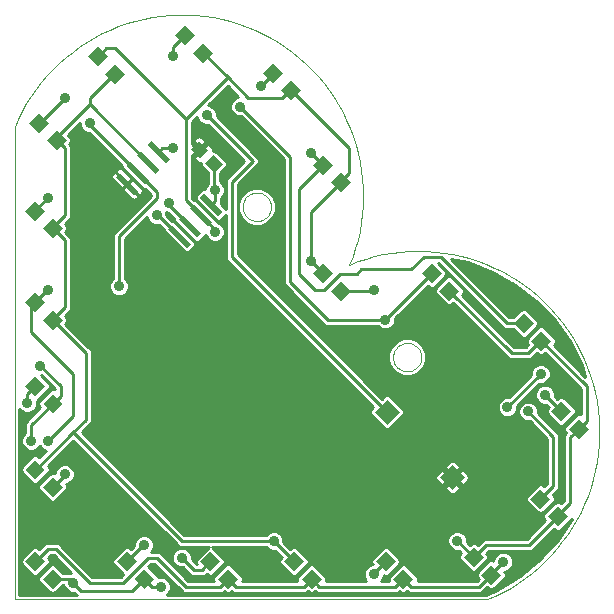
<source format=gtl>
G75*
G70*
%OFA0B0*%
%FSLAX24Y24*%
%IPPOS*%
%LPD*%
%AMOC8*
5,1,8,0,0,1.08239X$1,22.5*
%
%ADD10C,0.0000*%
%ADD11R,0.0472X0.0472*%
%ADD12R,0.0433X0.0394*%
%ADD13R,0.0591X0.0591*%
%ADD14R,0.0197X0.0866*%
%ADD15C,0.0100*%
%ADD16C,0.0357*%
D10*
X009756Y010038D02*
X009756Y025786D01*
X009873Y026053D01*
X010003Y026314D01*
X010146Y026569D01*
X010300Y026816D01*
X010467Y027055D01*
X010645Y027287D01*
X010833Y027509D01*
X011033Y027722D01*
X011242Y027925D01*
X011461Y028117D01*
X011689Y028299D01*
X011925Y028470D01*
X012170Y028629D01*
X012422Y028776D01*
X012680Y028911D01*
X012945Y029033D01*
X013216Y029142D01*
X013491Y029238D01*
X013771Y029320D01*
X014054Y029389D01*
X014340Y029444D01*
X014629Y029485D01*
X014919Y029513D01*
X015211Y029526D01*
X015502Y029525D01*
X015794Y029510D01*
X016084Y029481D01*
X016372Y029438D01*
X016658Y029381D01*
X016941Y029310D01*
X017220Y029226D01*
X017495Y029128D01*
X017765Y029017D01*
X018029Y028893D01*
X018286Y028757D01*
X018537Y028608D01*
X018781Y028448D01*
X019016Y028276D01*
X019243Y028092D01*
X019461Y027898D01*
X019669Y027694D01*
X019866Y027480D01*
X020054Y027256D01*
X020230Y027024D01*
X020395Y026783D01*
X020548Y026535D01*
X020689Y026280D01*
X020817Y026018D01*
X020933Y025750D01*
X021035Y025477D01*
X021125Y025200D01*
X021200Y024918D01*
X021262Y024633D01*
X021310Y024345D01*
X021345Y024056D01*
X021365Y023765D01*
X021371Y023473D01*
X021363Y023182D01*
X021341Y022891D01*
X021305Y022602D01*
X021255Y022314D01*
X021191Y022030D01*
X021113Y021749D01*
X021022Y021472D01*
X020918Y021199D01*
X022368Y018112D02*
X022370Y018155D01*
X022376Y018197D01*
X022386Y018239D01*
X022399Y018280D01*
X022416Y018320D01*
X022437Y018357D01*
X022461Y018393D01*
X022488Y018426D01*
X022518Y018457D01*
X022551Y018485D01*
X022586Y018510D01*
X022623Y018531D01*
X022662Y018549D01*
X022702Y018563D01*
X022744Y018574D01*
X022786Y018581D01*
X022829Y018584D01*
X022872Y018583D01*
X022915Y018578D01*
X022957Y018569D01*
X022998Y018557D01*
X023038Y018541D01*
X023076Y018521D01*
X023112Y018498D01*
X023146Y018471D01*
X023178Y018442D01*
X023206Y018410D01*
X023232Y018375D01*
X023254Y018339D01*
X023273Y018300D01*
X023288Y018260D01*
X023300Y018219D01*
X023308Y018176D01*
X023312Y018133D01*
X023312Y018091D01*
X023308Y018048D01*
X023300Y018005D01*
X023288Y017964D01*
X023273Y017924D01*
X023254Y017885D01*
X023232Y017849D01*
X023206Y017814D01*
X023178Y017782D01*
X023146Y017753D01*
X023112Y017726D01*
X023076Y017703D01*
X023038Y017683D01*
X022998Y017667D01*
X022957Y017655D01*
X022915Y017646D01*
X022872Y017641D01*
X022829Y017640D01*
X022786Y017643D01*
X022744Y017650D01*
X022702Y017661D01*
X022662Y017675D01*
X022623Y017693D01*
X022586Y017714D01*
X022551Y017739D01*
X022518Y017767D01*
X022488Y017798D01*
X022461Y017831D01*
X022437Y017867D01*
X022416Y017904D01*
X022399Y017944D01*
X022386Y017985D01*
X022376Y018027D01*
X022370Y018069D01*
X022368Y018112D01*
X020918Y021200D02*
X021190Y021304D01*
X021467Y021395D01*
X021748Y021473D01*
X022033Y021537D01*
X022320Y021587D01*
X022609Y021623D01*
X022900Y021645D01*
X023191Y021653D01*
X023483Y021647D01*
X023774Y021627D01*
X024063Y021592D01*
X024351Y021544D01*
X024636Y021482D01*
X024918Y021407D01*
X025195Y021317D01*
X025468Y021215D01*
X025736Y021099D01*
X025998Y020971D01*
X026253Y020830D01*
X026501Y020677D01*
X026742Y020512D01*
X026974Y020336D01*
X027198Y020148D01*
X027412Y019951D01*
X027616Y019743D01*
X027810Y019525D01*
X027994Y019298D01*
X028166Y019063D01*
X028326Y018819D01*
X028475Y018568D01*
X028611Y018311D01*
X028735Y018047D01*
X028846Y017777D01*
X028944Y017502D01*
X029028Y017223D01*
X029099Y016940D01*
X029156Y016654D01*
X029199Y016366D01*
X029228Y016076D01*
X029243Y015784D01*
X029244Y015493D01*
X029231Y015201D01*
X029203Y014911D01*
X029162Y014622D01*
X029107Y014336D01*
X029038Y014053D01*
X028956Y013773D01*
X028860Y013498D01*
X028751Y013227D01*
X028629Y012962D01*
X028494Y012704D01*
X028347Y012452D01*
X028188Y012207D01*
X028017Y011971D01*
X027835Y011743D01*
X027643Y011524D01*
X027440Y011315D01*
X027227Y011115D01*
X027005Y010927D01*
X026773Y010749D01*
X026534Y010582D01*
X026287Y010428D01*
X026032Y010285D01*
X025771Y010155D01*
X025504Y010038D01*
X009756Y010038D01*
X017357Y023123D02*
X017359Y023166D01*
X017365Y023208D01*
X017375Y023250D01*
X017388Y023291D01*
X017405Y023331D01*
X017426Y023368D01*
X017450Y023404D01*
X017477Y023437D01*
X017507Y023468D01*
X017540Y023496D01*
X017575Y023521D01*
X017612Y023542D01*
X017651Y023560D01*
X017691Y023574D01*
X017733Y023585D01*
X017775Y023592D01*
X017818Y023595D01*
X017861Y023594D01*
X017904Y023589D01*
X017946Y023580D01*
X017987Y023568D01*
X018027Y023552D01*
X018065Y023532D01*
X018101Y023509D01*
X018135Y023482D01*
X018167Y023453D01*
X018195Y023421D01*
X018221Y023386D01*
X018243Y023350D01*
X018262Y023311D01*
X018277Y023271D01*
X018289Y023230D01*
X018297Y023187D01*
X018301Y023144D01*
X018301Y023102D01*
X018297Y023059D01*
X018289Y023016D01*
X018277Y022975D01*
X018262Y022935D01*
X018243Y022896D01*
X018221Y022860D01*
X018195Y022825D01*
X018167Y022793D01*
X018135Y022764D01*
X018101Y022737D01*
X018065Y022714D01*
X018027Y022694D01*
X017987Y022678D01*
X017946Y022666D01*
X017904Y022657D01*
X017861Y022652D01*
X017818Y022651D01*
X017775Y022654D01*
X017733Y022661D01*
X017691Y022672D01*
X017651Y022686D01*
X017612Y022704D01*
X017575Y022725D01*
X017540Y022750D01*
X017507Y022778D01*
X017477Y022809D01*
X017450Y022842D01*
X017426Y022878D01*
X017405Y022915D01*
X017388Y022955D01*
X017375Y022996D01*
X017365Y023038D01*
X017359Y023080D01*
X017357Y023123D01*
D11*
G36*
X019710Y024529D02*
X020043Y024862D01*
X020376Y024529D01*
X020043Y024196D01*
X019710Y024529D01*
G37*
G36*
X020294Y023944D02*
X020627Y024277D01*
X020960Y023944D01*
X020627Y023611D01*
X020294Y023944D01*
G37*
G36*
X018624Y027006D02*
X018957Y027339D01*
X019290Y027006D01*
X018957Y026673D01*
X018624Y027006D01*
G37*
G36*
X018039Y027591D02*
X018372Y027924D01*
X018705Y027591D01*
X018372Y027258D01*
X018039Y027591D01*
G37*
G36*
X015701Y028259D02*
X016034Y028592D01*
X016367Y028259D01*
X016034Y027926D01*
X015701Y028259D01*
G37*
G36*
X015116Y028844D02*
X015449Y029177D01*
X015782Y028844D01*
X015449Y028511D01*
X015116Y028844D01*
G37*
G36*
X012778Y027563D02*
X013111Y027896D01*
X013444Y027563D01*
X013111Y027230D01*
X012778Y027563D01*
G37*
G36*
X012193Y028148D02*
X012526Y028481D01*
X012859Y028148D01*
X012526Y027815D01*
X012193Y028148D01*
G37*
G36*
X010244Y025920D02*
X010577Y026253D01*
X010910Y025920D01*
X010577Y025587D01*
X010244Y025920D01*
G37*
G36*
X010829Y025336D02*
X011162Y025669D01*
X011495Y025336D01*
X011162Y025003D01*
X010829Y025336D01*
G37*
G36*
X010105Y022997D02*
X010438Y023330D01*
X010771Y022997D01*
X010438Y022664D01*
X010105Y022997D01*
G37*
G36*
X010690Y022413D02*
X011023Y022746D01*
X011356Y022413D01*
X011023Y022080D01*
X010690Y022413D01*
G37*
G36*
X010105Y019935D02*
X010438Y020268D01*
X010771Y019935D01*
X010438Y019602D01*
X010105Y019935D01*
G37*
G36*
X010690Y019350D02*
X011023Y019683D01*
X011356Y019350D01*
X011023Y019017D01*
X010690Y019350D01*
G37*
G36*
X010105Y017151D02*
X010438Y017484D01*
X010771Y017151D01*
X010438Y016818D01*
X010105Y017151D01*
G37*
G36*
X010690Y016567D02*
X011023Y016900D01*
X011356Y016567D01*
X011023Y016234D01*
X010690Y016567D01*
G37*
G36*
X010105Y014367D02*
X010438Y014700D01*
X010771Y014367D01*
X010438Y014034D01*
X010105Y014367D01*
G37*
G36*
X010690Y013783D02*
X011023Y014116D01*
X011356Y013783D01*
X011023Y013450D01*
X010690Y013783D01*
G37*
G36*
X010105Y011305D02*
X010438Y011638D01*
X010771Y011305D01*
X010438Y010972D01*
X010105Y011305D01*
G37*
G36*
X010690Y010720D02*
X011023Y011053D01*
X011356Y010720D01*
X011023Y010387D01*
X010690Y010720D01*
G37*
G36*
X013168Y011305D02*
X013501Y011638D01*
X013834Y011305D01*
X013501Y010972D01*
X013168Y011305D01*
G37*
G36*
X013752Y010720D02*
X014085Y011053D01*
X014418Y010720D01*
X014085Y010387D01*
X013752Y010720D01*
G37*
G36*
X015951Y011305D02*
X016284Y011638D01*
X016617Y011305D01*
X016284Y010972D01*
X015951Y011305D01*
G37*
G36*
X016536Y010720D02*
X016869Y011053D01*
X017202Y010720D01*
X016869Y010387D01*
X016536Y010720D01*
G37*
G36*
X018735Y011305D02*
X019068Y011638D01*
X019401Y011305D01*
X019068Y010972D01*
X018735Y011305D01*
G37*
G36*
X019320Y010720D02*
X019653Y011053D01*
X019986Y010720D01*
X019653Y010387D01*
X019320Y010720D01*
G37*
G36*
X021798Y011305D02*
X022131Y011638D01*
X022464Y011305D01*
X022131Y010972D01*
X021798Y011305D01*
G37*
G36*
X022382Y010720D02*
X022715Y011053D01*
X023048Y010720D01*
X022715Y010387D01*
X022382Y010720D01*
G37*
G36*
X024721Y011444D02*
X025054Y011777D01*
X025387Y011444D01*
X025054Y011111D01*
X024721Y011444D01*
G37*
G36*
X025305Y010860D02*
X025638Y011193D01*
X025971Y010860D01*
X025638Y010527D01*
X025305Y010860D01*
G37*
G36*
X026948Y013393D02*
X027281Y013726D01*
X027614Y013393D01*
X027281Y013060D01*
X026948Y013393D01*
G37*
G36*
X027532Y012808D02*
X027865Y013141D01*
X028198Y012808D01*
X027865Y012475D01*
X027532Y012808D01*
G37*
G36*
X028228Y015731D02*
X028561Y016064D01*
X028894Y015731D01*
X028561Y015398D01*
X028228Y015731D01*
G37*
G36*
X027644Y016316D02*
X027977Y016649D01*
X028310Y016316D01*
X027977Y015983D01*
X027644Y016316D01*
G37*
G36*
X026976Y018655D02*
X027309Y018988D01*
X027642Y018655D01*
X027309Y018322D01*
X026976Y018655D01*
G37*
G36*
X026391Y019239D02*
X026724Y019572D01*
X027057Y019239D01*
X026724Y018906D01*
X026391Y019239D01*
G37*
G36*
X023913Y020325D02*
X024246Y020658D01*
X024579Y020325D01*
X024246Y019992D01*
X023913Y020325D01*
G37*
G36*
X023329Y020909D02*
X023662Y021242D01*
X023995Y020909D01*
X023662Y020576D01*
X023329Y020909D01*
G37*
G36*
X020960Y020325D02*
X020627Y019992D01*
X020294Y020325D01*
X020627Y020658D01*
X020960Y020325D01*
G37*
G36*
X020376Y020909D02*
X020043Y020576D01*
X019710Y020909D01*
X020043Y021242D01*
X020376Y020909D01*
G37*
D12*
G36*
X016383Y024848D02*
X016688Y024543D01*
X016409Y024264D01*
X016104Y024569D01*
X016383Y024848D01*
G37*
G36*
X015909Y025322D02*
X016214Y025017D01*
X015935Y024738D01*
X015630Y025043D01*
X015909Y025322D01*
G37*
D13*
G36*
X022172Y016691D02*
X022589Y016274D01*
X022172Y015857D01*
X021755Y016274D01*
X022172Y016691D01*
G37*
G36*
X024344Y014520D02*
X024761Y014103D01*
X024344Y013686D01*
X023927Y014103D01*
X024344Y014520D01*
G37*
D14*
G36*
X015586Y023075D02*
X015725Y023214D01*
X016336Y022603D01*
X016197Y022464D01*
X015586Y023075D01*
G37*
G36*
X015233Y022721D02*
X015372Y022860D01*
X015983Y022249D01*
X015844Y022110D01*
X015233Y022721D01*
G37*
G36*
X014879Y022368D02*
X015018Y022507D01*
X015629Y021896D01*
X015490Y021757D01*
X014879Y022368D01*
G37*
G36*
X015940Y023429D02*
X016079Y023568D01*
X016690Y022957D01*
X016551Y022818D01*
X015940Y023429D01*
G37*
G36*
X014184Y025185D02*
X014323Y025324D01*
X014934Y024713D01*
X014795Y024574D01*
X014184Y025185D01*
G37*
G36*
X013833Y024834D02*
X013972Y024973D01*
X014583Y024362D01*
X014444Y024223D01*
X013833Y024834D01*
G37*
G36*
X013479Y024480D02*
X013618Y024619D01*
X014229Y024008D01*
X014090Y023869D01*
X013479Y024480D01*
G37*
G36*
X013126Y024127D02*
X013265Y024266D01*
X013876Y023655D01*
X013737Y023516D01*
X013126Y024127D01*
G37*
D15*
X013163Y024229D02*
X013163Y024229D01*
X013088Y024303D02*
X013005Y024219D01*
X012985Y024185D01*
X012975Y024147D01*
X012975Y024108D01*
X012985Y024069D01*
X013005Y024035D01*
X013325Y023715D01*
X013500Y023891D01*
X013088Y024303D01*
X013089Y024303D02*
X013501Y023891D01*
X013676Y024066D01*
X013356Y024386D01*
X013322Y024406D01*
X013284Y024416D01*
X013244Y024416D01*
X013206Y024406D01*
X013172Y024386D01*
X013089Y024303D01*
X013113Y024327D02*
X011626Y024327D01*
X011626Y024229D02*
X013014Y024229D01*
X012975Y024130D02*
X011626Y024130D01*
X011626Y024032D02*
X013009Y024032D01*
X013107Y023933D02*
X011626Y023933D01*
X011626Y023834D02*
X013206Y023834D01*
X013304Y023736D02*
X011626Y023736D01*
X011626Y023637D02*
X013403Y023637D01*
X013325Y023715D02*
X013645Y023395D01*
X013679Y023375D01*
X013718Y023365D01*
X013757Y023365D01*
X013795Y023375D01*
X013829Y023395D01*
X013913Y023478D01*
X013501Y023890D01*
X013501Y023891D01*
X013501Y023891D01*
X013676Y024066D01*
X013997Y023746D01*
X014016Y023712D01*
X014027Y023674D01*
X014027Y023634D01*
X014016Y023596D01*
X013997Y023562D01*
X013913Y023479D01*
X013501Y023891D01*
X013500Y023891D01*
X013501Y023890D01*
X013325Y023715D01*
X013346Y023736D02*
X013346Y023736D01*
X013444Y023834D02*
X013445Y023834D01*
X013458Y023933D02*
X013459Y023933D01*
X013543Y023933D02*
X013543Y023933D01*
X013557Y023834D02*
X013557Y023834D01*
X013655Y023736D02*
X013656Y023736D01*
X013754Y023637D02*
X013754Y023637D01*
X013852Y023539D02*
X013853Y023539D01*
X013875Y023440D02*
X014245Y023440D01*
X014289Y023484D02*
X013153Y022348D01*
X013036Y022231D01*
X013036Y020742D01*
X012958Y020664D01*
X012908Y020543D01*
X012908Y020413D01*
X012958Y020292D01*
X013050Y020200D01*
X013171Y020150D01*
X013301Y020150D01*
X013422Y020200D01*
X013514Y020292D01*
X013564Y020413D01*
X013564Y020543D01*
X013514Y020664D01*
X013436Y020742D01*
X013436Y022065D01*
X014160Y022790D01*
X014160Y022779D01*
X014210Y022658D01*
X014303Y022566D01*
X014423Y022516D01*
X014554Y022516D01*
X014578Y022526D01*
X014728Y022375D01*
X014728Y022306D01*
X015429Y021606D01*
X015553Y021606D01*
X015780Y021833D01*
X015780Y021957D01*
X015080Y022658D01*
X015011Y022658D01*
X014817Y022852D01*
X014817Y022910D01*
X014800Y022950D01*
X014841Y022933D01*
X014877Y022933D01*
X015082Y022728D01*
X015082Y022660D01*
X015782Y021960D01*
X015906Y021960D01*
X016127Y022180D01*
X016159Y022101D01*
X016251Y022009D01*
X016372Y021959D01*
X016503Y021959D01*
X016624Y022009D01*
X016716Y022101D01*
X016766Y022222D01*
X016766Y022353D01*
X016716Y022474D01*
X016624Y022566D01*
X016503Y022616D01*
X016487Y022616D01*
X016487Y022664D01*
X015787Y023365D01*
X015718Y023365D01*
X015663Y023420D01*
X015663Y024839D01*
X015854Y025029D01*
X015922Y024961D01*
X015711Y024750D01*
X015844Y024617D01*
X015878Y024598D01*
X015917Y024587D01*
X015953Y024587D01*
X015953Y024508D01*
X016196Y024266D01*
X016196Y023902D01*
X016159Y023865D01*
X016109Y023745D01*
X016109Y023718D01*
X016016Y023718D01*
X015789Y023491D01*
X015789Y023367D01*
X016489Y022667D01*
X016613Y022667D01*
X016794Y022848D01*
X016794Y021369D01*
X016871Y021293D01*
X021716Y016448D01*
X021605Y016336D01*
X021605Y016212D01*
X022110Y015707D01*
X022234Y015707D01*
X022740Y016212D01*
X022740Y016336D01*
X022234Y016842D01*
X022110Y016842D01*
X021999Y016731D01*
X017194Y021535D01*
X017194Y023875D01*
X017773Y024454D01*
X017890Y024571D01*
X017890Y024737D01*
X017866Y024761D01*
X017773Y024854D01*
X016488Y026139D01*
X016488Y026250D01*
X016438Y026371D01*
X016345Y026463D01*
X016224Y026513D01*
X016214Y026513D01*
X016855Y027155D01*
X017218Y026792D01*
X017207Y026792D01*
X017087Y026742D01*
X016994Y026649D01*
X016944Y026529D01*
X016944Y026398D01*
X016994Y026277D01*
X017087Y026185D01*
X017207Y026135D01*
X017318Y026135D01*
X018743Y024710D01*
X018743Y020534D01*
X018860Y020417D01*
X020113Y019164D01*
X020279Y019164D01*
X021852Y019164D01*
X021931Y019086D01*
X022051Y019036D01*
X022182Y019036D01*
X022303Y019086D01*
X022395Y019178D01*
X022445Y019299D01*
X022445Y019410D01*
X023530Y020495D01*
X023600Y020425D01*
X023724Y020425D01*
X024146Y020847D01*
X024146Y020972D01*
X023865Y021252D01*
X023871Y021252D01*
X025967Y019156D01*
X026084Y019039D01*
X026378Y019039D01*
X026662Y018755D01*
X026786Y018755D01*
X027208Y019177D01*
X027208Y019301D01*
X026786Y019723D01*
X026662Y019723D01*
X026378Y019439D01*
X026250Y019439D01*
X024304Y021385D01*
X024856Y021268D01*
X025679Y020960D01*
X026448Y020532D01*
X027144Y019995D01*
X027752Y019360D01*
X028259Y018641D01*
X028653Y017855D01*
X028780Y017466D01*
X027723Y018523D01*
X027793Y018592D01*
X027793Y018717D01*
X027371Y019139D01*
X027246Y019139D01*
X026825Y018717D01*
X026825Y018592D01*
X026880Y018537D01*
X026794Y018451D01*
X026403Y018451D01*
X024661Y020193D01*
X024730Y020263D01*
X024730Y020387D01*
X024308Y020809D01*
X024184Y020809D01*
X023762Y020387D01*
X023762Y020263D01*
X024184Y019841D01*
X024308Y019841D01*
X024378Y019910D01*
X026206Y018083D01*
X026237Y018051D01*
X026794Y018051D01*
X026960Y018051D01*
X027163Y018254D01*
X027246Y018170D01*
X027371Y018170D01*
X027440Y018240D01*
X028626Y017054D01*
X028626Y016213D01*
X028623Y016215D01*
X028499Y016215D01*
X028077Y015794D01*
X028077Y015669D01*
X028147Y015600D01*
X028069Y015522D01*
X028069Y013323D01*
X027983Y013237D01*
X027927Y013292D01*
X027803Y013292D01*
X027381Y012870D01*
X027381Y012746D01*
X027451Y012677D01*
X026822Y012048D01*
X025568Y012048D01*
X025402Y012048D01*
X025199Y011845D01*
X025116Y011928D01*
X024991Y011928D01*
X024922Y011859D01*
X024839Y011941D01*
X024839Y012052D01*
X024789Y012173D01*
X024697Y012266D01*
X024576Y012316D01*
X024445Y012316D01*
X024325Y012266D01*
X024232Y012173D01*
X024182Y012052D01*
X024182Y011922D01*
X024232Y011801D01*
X024325Y011709D01*
X024445Y011659D01*
X024556Y011659D01*
X024639Y011576D01*
X024570Y011506D01*
X024570Y011382D01*
X024991Y010960D01*
X025116Y010960D01*
X025538Y011382D01*
X025538Y011506D01*
X025482Y011562D01*
X025568Y011648D01*
X026988Y011648D01*
X027105Y011765D01*
X027734Y012394D01*
X027803Y012324D01*
X027927Y012324D01*
X028334Y012731D01*
X027869Y012024D01*
X027281Y011370D01*
X026602Y010811D01*
X025848Y010359D01*
X025472Y010188D01*
X014825Y010188D01*
X014906Y010270D01*
X014956Y010391D01*
X014956Y010521D01*
X014906Y010642D01*
X014814Y010734D01*
X014693Y010784D01*
X014567Y010784D01*
X014207Y011144D01*
X014293Y011230D01*
X014406Y011230D01*
X015263Y010373D01*
X015364Y010272D01*
X015380Y010256D01*
X015546Y010256D01*
X016687Y010256D01*
X016737Y010306D01*
X016807Y010236D01*
X016931Y010236D01*
X017001Y010306D01*
X017051Y010256D01*
X017216Y010256D01*
X019471Y010256D01*
X019521Y010306D01*
X019591Y010236D01*
X019715Y010236D01*
X019785Y010306D01*
X019834Y010256D01*
X019835Y010256D01*
X020000Y010256D01*
X022534Y010256D01*
X022583Y010306D01*
X022653Y010236D01*
X022777Y010236D01*
X022847Y010306D01*
X022897Y010256D01*
X023062Y010256D01*
X025317Y010256D01*
X025435Y010373D01*
X025507Y010445D01*
X025576Y010376D01*
X025700Y010376D01*
X026122Y010797D01*
X026122Y010922D01*
X026081Y010963D01*
X026107Y010963D01*
X026228Y011013D01*
X026320Y011105D01*
X026370Y011226D01*
X026370Y011356D01*
X026320Y011477D01*
X026228Y011570D01*
X026107Y011620D01*
X025977Y011620D01*
X025856Y011570D01*
X025764Y011477D01*
X025714Y011356D01*
X025714Y011330D01*
X025700Y011344D01*
X025576Y011344D01*
X025154Y010922D01*
X025154Y010797D01*
X025224Y010728D01*
X025152Y010656D01*
X023197Y010656D01*
X023199Y010658D01*
X023199Y010783D01*
X022777Y011204D01*
X022653Y011204D01*
X022231Y010783D01*
X022231Y010658D01*
X022233Y010656D01*
X021974Y010656D01*
X022005Y010688D01*
X022055Y010808D01*
X022055Y010834D01*
X022068Y010821D01*
X022193Y010821D01*
X022615Y011243D01*
X022615Y011367D01*
X022193Y011789D01*
X022068Y011789D01*
X021646Y011367D01*
X021646Y011243D01*
X021687Y011202D01*
X021662Y011202D01*
X021541Y011152D01*
X021448Y011060D01*
X021398Y010939D01*
X021398Y010808D01*
X021448Y010688D01*
X021480Y010656D01*
X020135Y010656D01*
X020137Y010658D01*
X020137Y010783D01*
X019715Y011204D01*
X019591Y011204D01*
X019169Y010783D01*
X019169Y010658D01*
X019171Y010656D01*
X017351Y010656D01*
X017353Y010658D01*
X017353Y010783D01*
X016931Y011204D01*
X016807Y011204D01*
X016385Y010783D01*
X016385Y010658D01*
X016387Y010656D01*
X015546Y010656D01*
X014689Y011513D01*
X014572Y011630D01*
X014318Y011630D01*
X014350Y011662D01*
X014400Y011783D01*
X014400Y011913D01*
X014350Y012034D01*
X014257Y012126D01*
X014137Y012176D01*
X014006Y012176D01*
X013885Y012126D01*
X013793Y012034D01*
X013743Y011913D01*
X013743Y011830D01*
X013632Y011719D01*
X013563Y011789D01*
X013438Y011789D01*
X013016Y011367D01*
X013016Y011243D01*
X013378Y010881D01*
X013292Y010795D01*
X012345Y010795D01*
X011348Y011792D01*
X011231Y011909D01*
X010953Y011909D01*
X010787Y011909D01*
X010584Y011706D01*
X010500Y011789D01*
X010376Y011789D01*
X009954Y011367D01*
X009954Y011243D01*
X010376Y010821D01*
X010500Y010821D01*
X010922Y011243D01*
X010922Y011367D01*
X010867Y011423D01*
X010953Y011509D01*
X011065Y011509D01*
X011650Y010924D01*
X011640Y010924D01*
X011632Y010920D01*
X011497Y010920D01*
X011369Y010920D01*
X011085Y011204D01*
X010961Y011204D01*
X010539Y010783D01*
X010539Y010658D01*
X010961Y010236D01*
X011085Y010236D01*
X011369Y010520D01*
X011380Y010520D01*
X011426Y010409D01*
X011519Y010317D01*
X011640Y010267D01*
X011751Y010267D01*
X011829Y010188D01*
X009906Y010188D01*
X009906Y016384D01*
X009988Y016302D01*
X010108Y016252D01*
X010239Y016252D01*
X010360Y016302D01*
X010452Y016394D01*
X010502Y016515D01*
X010502Y016646D01*
X010493Y016667D01*
X010500Y016667D01*
X010922Y017089D01*
X010922Y017213D01*
X010631Y017505D01*
X010637Y017505D01*
X011087Y017054D01*
X011087Y017048D01*
X011085Y017051D01*
X010961Y017051D01*
X010539Y016629D01*
X010539Y016504D01*
X010608Y016435D01*
X010125Y015952D01*
X010113Y015940D01*
X010113Y015592D01*
X010035Y015514D01*
X009985Y015393D01*
X009985Y015262D01*
X010035Y015142D01*
X010127Y015049D01*
X010248Y014999D01*
X010378Y014999D01*
X010499Y015049D01*
X010591Y015142D01*
X010684Y015049D01*
X010804Y014999D01*
X010815Y014999D01*
X010584Y014768D01*
X010500Y014851D01*
X010376Y014851D01*
X009954Y014429D01*
X009954Y014305D01*
X010376Y013883D01*
X010500Y013883D01*
X010922Y014305D01*
X010922Y014429D01*
X010867Y014485D01*
X011705Y015323D01*
X015124Y011904D01*
X015241Y011787D01*
X016220Y011787D01*
X015800Y011367D01*
X015800Y011243D01*
X015831Y011213D01*
X015824Y011213D01*
X015652Y011385D01*
X015652Y011496D01*
X015602Y011616D01*
X015510Y011709D01*
X015389Y011759D01*
X015259Y011759D01*
X015138Y011709D01*
X015046Y011616D01*
X014996Y011496D01*
X014996Y011365D01*
X015046Y011244D01*
X015138Y011152D01*
X015259Y011102D01*
X015370Y011102D01*
X015542Y010930D01*
X015659Y010813D01*
X016075Y010813D01*
X016153Y010891D01*
X016222Y010821D01*
X016347Y010821D01*
X016768Y011243D01*
X016768Y011367D01*
X016348Y011787D01*
X018122Y011787D01*
X018200Y011709D01*
X018321Y011659D01*
X018432Y011659D01*
X018654Y011437D01*
X018584Y011367D01*
X018584Y011243D01*
X019006Y010821D01*
X019130Y010821D01*
X019552Y011243D01*
X019552Y011367D01*
X019130Y011789D01*
X019006Y011789D01*
X018937Y011719D01*
X018715Y011941D01*
X018715Y012052D01*
X018665Y012173D01*
X018572Y012266D01*
X018452Y012316D01*
X018321Y012316D01*
X018200Y012266D01*
X018122Y012187D01*
X015407Y012187D01*
X011988Y015606D01*
X012205Y015824D01*
X012205Y015824D01*
X012322Y015941D01*
X012322Y018334D01*
X012205Y018451D01*
X011437Y019219D01*
X011507Y019288D01*
X011507Y019413D01*
X011423Y019496D01*
X011626Y019699D01*
X011626Y019865D01*
X011626Y022092D01*
X011509Y022209D01*
X011437Y022281D01*
X011507Y022351D01*
X011507Y022475D01*
X011423Y022558D01*
X011626Y022761D01*
X011626Y022927D01*
X011626Y025154D01*
X011577Y025204D01*
X011646Y025274D01*
X011646Y025398D01*
X011525Y025519D01*
X011933Y025927D01*
X011933Y025841D01*
X011983Y025720D01*
X012076Y025628D01*
X012196Y025578D01*
X012238Y025578D01*
X013329Y024487D01*
X013329Y024419D01*
X014029Y023718D01*
X014092Y023718D01*
X014289Y023521D01*
X014289Y023484D01*
X014271Y023539D02*
X013973Y023539D01*
X014027Y023637D02*
X014173Y023637D01*
X014011Y023736D02*
X014002Y023736D01*
X013913Y023834D02*
X013908Y023834D01*
X013814Y023933D02*
X013810Y023933D01*
X013716Y024032D02*
X013711Y024032D01*
X013642Y024032D02*
X013641Y024032D01*
X013617Y024130D02*
X013613Y024130D01*
X013519Y024229D02*
X013514Y024229D01*
X013420Y024327D02*
X013416Y024327D01*
X013329Y024426D02*
X011626Y024426D01*
X011626Y024524D02*
X013291Y024524D01*
X013193Y024623D02*
X011626Y024623D01*
X011626Y024721D02*
X013094Y024721D01*
X012996Y024820D02*
X011626Y024820D01*
X011626Y024918D02*
X012897Y024918D01*
X012799Y025017D02*
X011626Y025017D01*
X011626Y025116D02*
X012700Y025116D01*
X012602Y025214D02*
X011586Y025214D01*
X011646Y025313D02*
X012503Y025313D01*
X012405Y025411D02*
X011633Y025411D01*
X011534Y025510D02*
X012306Y025510D01*
X012124Y025608D02*
X011614Y025608D01*
X011713Y025707D02*
X011997Y025707D01*
X011948Y025805D02*
X011811Y025805D01*
X011910Y025904D02*
X011933Y025904D01*
X012262Y025907D02*
X012262Y025837D01*
X013854Y024244D01*
X013854Y024239D01*
X014489Y023604D01*
X014489Y023401D01*
X013236Y022148D01*
X013236Y020478D01*
X012908Y020484D02*
X011626Y020484D01*
X011626Y020583D02*
X012924Y020583D01*
X012975Y020681D02*
X011626Y020681D01*
X011626Y020780D02*
X013036Y020780D01*
X013036Y020878D02*
X011626Y020878D01*
X011626Y020977D02*
X013036Y020977D01*
X013036Y021075D02*
X011626Y021075D01*
X011626Y021174D02*
X013036Y021174D01*
X013036Y021272D02*
X011626Y021272D01*
X011626Y021371D02*
X013036Y021371D01*
X013036Y021469D02*
X011626Y021469D01*
X011626Y021568D02*
X013036Y021568D01*
X013036Y021667D02*
X011626Y021667D01*
X011626Y021765D02*
X013036Y021765D01*
X013036Y021864D02*
X011626Y021864D01*
X011626Y021962D02*
X013036Y021962D01*
X013036Y022061D02*
X011626Y022061D01*
X011559Y022159D02*
X013036Y022159D01*
X013063Y022258D02*
X011461Y022258D01*
X011509Y022209D02*
X011509Y022209D01*
X011507Y022356D02*
X013161Y022356D01*
X013260Y022455D02*
X011507Y022455D01*
X011428Y022553D02*
X013358Y022553D01*
X013457Y022652D02*
X011517Y022652D01*
X011616Y022751D02*
X013555Y022751D01*
X013654Y022849D02*
X011626Y022849D01*
X011626Y022948D02*
X013753Y022948D01*
X013851Y023046D02*
X011626Y023046D01*
X011626Y023145D02*
X013950Y023145D01*
X014048Y023243D02*
X011626Y023243D01*
X011626Y023342D02*
X014147Y023342D01*
X013600Y023440D02*
X011626Y023440D01*
X011626Y023539D02*
X013501Y023539D01*
X013360Y024032D02*
X013360Y024032D01*
X013262Y024130D02*
X013261Y024130D01*
X014208Y024598D02*
X012262Y026544D01*
X012262Y026742D01*
X013083Y027563D01*
X013111Y027563D01*
X012554Y028148D02*
X012818Y028412D01*
X013097Y028412D01*
X015463Y026046D01*
X016855Y027438D01*
X017551Y026742D01*
X018665Y026742D01*
X018929Y027006D01*
X018957Y027006D01*
X020892Y025071D01*
X020892Y024236D01*
X020627Y023972D01*
X020627Y023944D01*
X019639Y022956D01*
X019639Y021313D01*
X020043Y020909D01*
X020057Y020339D02*
X019778Y020339D01*
X019221Y020896D01*
X019221Y023707D01*
X020043Y024529D01*
X019639Y024932D01*
X018943Y024793D02*
X017273Y026463D01*
X016971Y026594D02*
X016294Y026594D01*
X016268Y026495D02*
X016944Y026495D01*
X016945Y026397D02*
X016412Y026397D01*
X016468Y026298D02*
X016986Y026298D01*
X017072Y026200D02*
X016488Y026200D01*
X016526Y026101D02*
X017352Y026101D01*
X017451Y026002D02*
X016624Y026002D01*
X016723Y025904D02*
X017549Y025904D01*
X017648Y025805D02*
X016822Y025805D01*
X016920Y025707D02*
X017746Y025707D01*
X017845Y025608D02*
X017019Y025608D01*
X017117Y025510D02*
X017943Y025510D01*
X018042Y025411D02*
X017216Y025411D01*
X017314Y025313D02*
X018141Y025313D01*
X018239Y025214D02*
X017413Y025214D01*
X017511Y025116D02*
X018338Y025116D01*
X018436Y025017D02*
X017610Y025017D01*
X017708Y024918D02*
X018535Y024918D01*
X018633Y024820D02*
X017807Y024820D01*
X017890Y024721D02*
X018732Y024721D01*
X018743Y024623D02*
X017890Y024623D01*
X017844Y024524D02*
X018743Y024524D01*
X018743Y024426D02*
X017745Y024426D01*
X017646Y024327D02*
X018743Y024327D01*
X018743Y024229D02*
X017548Y024229D01*
X017449Y024130D02*
X018743Y024130D01*
X018743Y024032D02*
X017351Y024032D01*
X017252Y023933D02*
X018743Y023933D01*
X018743Y023834D02*
X017194Y023834D01*
X017194Y023736D02*
X017684Y023736D01*
X017706Y023745D02*
X017477Y023650D01*
X017302Y023475D01*
X017207Y023246D01*
X017207Y022999D01*
X017302Y022770D01*
X017477Y022595D01*
X017706Y022500D01*
X017953Y022500D01*
X018182Y022595D01*
X018357Y022770D01*
X018452Y022999D01*
X018452Y023246D01*
X018357Y023475D01*
X018182Y023650D01*
X017953Y023745D01*
X017706Y023745D01*
X017464Y023637D02*
X017194Y023637D01*
X017194Y023539D02*
X017365Y023539D01*
X017287Y023440D02*
X017194Y023440D01*
X017194Y023342D02*
X017246Y023342D01*
X017207Y023243D02*
X017194Y023243D01*
X017194Y023145D02*
X017207Y023145D01*
X017194Y023046D02*
X017207Y023046D01*
X017194Y022948D02*
X017228Y022948D01*
X017194Y022849D02*
X017269Y022849D01*
X017321Y022751D02*
X017194Y022751D01*
X017194Y022652D02*
X017420Y022652D01*
X017577Y022553D02*
X017194Y022553D01*
X017194Y022455D02*
X018743Y022455D01*
X018743Y022553D02*
X018082Y022553D01*
X018239Y022652D02*
X018743Y022652D01*
X018743Y022751D02*
X018338Y022751D01*
X018390Y022849D02*
X018743Y022849D01*
X018743Y022948D02*
X018431Y022948D01*
X018452Y023046D02*
X018743Y023046D01*
X018743Y023145D02*
X018452Y023145D01*
X018452Y023243D02*
X018743Y023243D01*
X018743Y023342D02*
X018412Y023342D01*
X018372Y023440D02*
X018743Y023440D01*
X018743Y023539D02*
X018293Y023539D01*
X018195Y023637D02*
X018743Y023637D01*
X018743Y023736D02*
X017975Y023736D01*
X017278Y024524D02*
X016838Y024524D01*
X016838Y024480D02*
X016838Y024605D01*
X016444Y024999D01*
X016365Y024999D01*
X016365Y025035D01*
X016354Y025074D01*
X016335Y025108D01*
X016202Y025241D01*
X015991Y025030D01*
X015923Y025098D01*
X016133Y025309D01*
X016001Y025442D01*
X015966Y025462D01*
X015928Y025472D01*
X015889Y025472D01*
X015851Y025462D01*
X015816Y025442D01*
X015698Y025323D01*
X015922Y025098D01*
X015854Y025030D01*
X015663Y025220D01*
X015663Y025963D01*
X015831Y026131D01*
X015831Y026120D01*
X015881Y025999D01*
X015973Y025906D01*
X016094Y025856D01*
X016205Y025856D01*
X017407Y024654D01*
X016794Y024041D01*
X016794Y023875D01*
X016794Y023064D01*
X016632Y023227D01*
X016637Y023232D01*
X016637Y023415D01*
X016716Y023493D01*
X016766Y023614D01*
X016766Y023745D01*
X016716Y023865D01*
X016624Y023958D01*
X016596Y023969D01*
X016596Y024238D01*
X016838Y024480D01*
X016783Y024426D02*
X017179Y024426D01*
X017081Y024327D02*
X016685Y024327D01*
X016596Y024229D02*
X016982Y024229D01*
X016884Y024130D02*
X016596Y024130D01*
X016596Y024032D02*
X016794Y024032D01*
X016794Y023933D02*
X016648Y023933D01*
X016729Y023834D02*
X016794Y023834D01*
X016794Y023736D02*
X016766Y023736D01*
X016766Y023637D02*
X016794Y023637D01*
X016794Y023539D02*
X016735Y023539D01*
X016794Y023440D02*
X016663Y023440D01*
X016637Y023342D02*
X016794Y023342D01*
X016794Y023243D02*
X016637Y023243D01*
X016714Y023145D02*
X016794Y023145D01*
X016794Y022751D02*
X016697Y022751D01*
X016794Y022652D02*
X016487Y022652D01*
X016405Y022751D02*
X016401Y022751D01*
X016307Y022849D02*
X016302Y022849D01*
X016208Y022948D02*
X016204Y022948D01*
X016110Y023046D02*
X016105Y023046D01*
X016011Y023145D02*
X016007Y023145D01*
X015913Y023243D02*
X015908Y023243D01*
X015814Y023342D02*
X015810Y023342D01*
X015789Y023440D02*
X015663Y023440D01*
X015663Y023539D02*
X015837Y023539D01*
X015935Y023637D02*
X015663Y023637D01*
X015663Y023736D02*
X016109Y023736D01*
X016146Y023834D02*
X015663Y023834D01*
X015663Y023933D02*
X016196Y023933D01*
X016196Y024032D02*
X015663Y024032D01*
X015663Y024130D02*
X016196Y024130D01*
X016196Y024229D02*
X015663Y024229D01*
X015663Y024327D02*
X016134Y024327D01*
X016036Y024426D02*
X015663Y024426D01*
X015663Y024524D02*
X015953Y024524D01*
X015839Y024623D02*
X015663Y024623D01*
X015663Y024721D02*
X015740Y024721D01*
X015781Y024820D02*
X015663Y024820D01*
X015743Y024918D02*
X015880Y024918D01*
X015866Y025017D02*
X015841Y025017D01*
X015905Y025116D02*
X015768Y025116D01*
X015806Y025214D02*
X015669Y025214D01*
X015663Y025313D02*
X015708Y025313D01*
X015663Y025411D02*
X015786Y025411D01*
X015663Y025510D02*
X016551Y025510D01*
X016453Y025608D02*
X015663Y025608D01*
X015663Y025707D02*
X016354Y025707D01*
X016256Y025805D02*
X015663Y025805D01*
X015663Y025904D02*
X015979Y025904D01*
X015879Y026002D02*
X015703Y026002D01*
X015801Y026101D02*
X015838Y026101D01*
X016159Y026185D02*
X017690Y024654D01*
X016994Y023958D01*
X016994Y021452D01*
X022172Y016274D01*
X021866Y015951D02*
X012322Y015951D01*
X012322Y016050D02*
X021767Y016050D01*
X021669Y016148D02*
X012322Y016148D01*
X012322Y016247D02*
X021605Y016247D01*
X021614Y016345D02*
X012322Y016345D01*
X012322Y016444D02*
X021712Y016444D01*
X021621Y016542D02*
X012322Y016542D01*
X012322Y016641D02*
X021523Y016641D01*
X021424Y016739D02*
X012322Y016739D01*
X012322Y016838D02*
X021326Y016838D01*
X021227Y016936D02*
X012322Y016936D01*
X012322Y017035D02*
X021129Y017035D01*
X021030Y017134D02*
X012322Y017134D01*
X012322Y017232D02*
X020932Y017232D01*
X020833Y017331D02*
X012322Y017331D01*
X012322Y017429D02*
X020735Y017429D01*
X020636Y017528D02*
X012322Y017528D01*
X012322Y017626D02*
X020537Y017626D01*
X020439Y017725D02*
X012322Y017725D01*
X012322Y017823D02*
X020340Y017823D01*
X020242Y017922D02*
X012322Y017922D01*
X012322Y018020D02*
X020143Y018020D01*
X020045Y018119D02*
X012322Y018119D01*
X012322Y018218D02*
X019946Y018218D01*
X019848Y018316D02*
X012322Y018316D01*
X012242Y018415D02*
X019749Y018415D01*
X019651Y018513D02*
X012143Y018513D01*
X012205Y018451D02*
X012205Y018451D01*
X012123Y018251D02*
X012123Y016024D01*
X011705Y015606D01*
X015324Y011987D01*
X018386Y011987D01*
X019068Y011305D01*
X018803Y011024D02*
X017112Y011024D01*
X017210Y010925D02*
X018902Y010925D01*
X019000Y010827D02*
X017309Y010827D01*
X017353Y010728D02*
X019169Y010728D01*
X019136Y010827D02*
X019213Y010827D01*
X019235Y010925D02*
X019312Y010925D01*
X019333Y011024D02*
X019410Y011024D01*
X019432Y011122D02*
X019509Y011122D01*
X019530Y011221D02*
X021668Y011221D01*
X021646Y011319D02*
X019552Y011319D01*
X019501Y011418D02*
X021697Y011418D01*
X021796Y011517D02*
X019403Y011517D01*
X019304Y011615D02*
X021894Y011615D01*
X021993Y011714D02*
X019206Y011714D01*
X018844Y011812D02*
X024228Y011812D01*
X024187Y011911D02*
X018745Y011911D01*
X018715Y012009D02*
X024182Y012009D01*
X024205Y012108D02*
X018692Y012108D01*
X018631Y012206D02*
X024266Y012206D01*
X024420Y012305D02*
X018477Y012305D01*
X018295Y012305D02*
X015289Y012305D01*
X015190Y012403D02*
X027178Y012403D01*
X027079Y012305D02*
X024602Y012305D01*
X024756Y012206D02*
X026981Y012206D01*
X026882Y012108D02*
X024816Y012108D01*
X024839Y012009D02*
X025364Y012009D01*
X025265Y011911D02*
X025133Y011911D01*
X024974Y011911D02*
X024870Y011911D01*
X024511Y011987D02*
X025054Y011444D01*
X025081Y011444D01*
X025485Y011848D01*
X026905Y011848D01*
X027865Y012808D01*
X027865Y012836D01*
X028269Y013240D01*
X028269Y015439D01*
X028561Y015731D01*
X028826Y015996D01*
X028826Y017137D01*
X027309Y018655D01*
X027281Y018655D01*
X026877Y018251D01*
X026320Y018251D01*
X024246Y020325D01*
X023958Y020583D02*
X023881Y020583D01*
X023859Y020484D02*
X023782Y020484D01*
X023762Y020385D02*
X023421Y020385D01*
X023519Y020484D02*
X023541Y020484D01*
X023322Y020287D02*
X023762Y020287D01*
X023837Y020188D02*
X023223Y020188D01*
X023125Y020090D02*
X023935Y020090D01*
X024034Y019991D02*
X023026Y019991D01*
X022928Y019893D02*
X024132Y019893D01*
X024360Y019893D02*
X024396Y019893D01*
X024494Y019794D02*
X022829Y019794D01*
X022731Y019696D02*
X024593Y019696D01*
X024691Y019597D02*
X022632Y019597D01*
X022534Y019499D02*
X024790Y019499D01*
X024888Y019400D02*
X022445Y019400D01*
X022445Y019301D02*
X024987Y019301D01*
X025085Y019203D02*
X022405Y019203D01*
X022321Y019104D02*
X025184Y019104D01*
X025282Y019006D02*
X019724Y019006D01*
X019822Y018907D02*
X025381Y018907D01*
X025480Y018809D02*
X019921Y018809D01*
X020019Y018710D02*
X022659Y018710D01*
X022717Y018734D02*
X022488Y018639D01*
X022313Y018464D01*
X022218Y018235D01*
X022218Y017988D01*
X022313Y017759D01*
X022488Y017584D01*
X022717Y017489D01*
X022964Y017489D01*
X023193Y017584D01*
X023368Y017759D01*
X023463Y017988D01*
X023463Y018235D01*
X023368Y018464D01*
X023193Y018639D01*
X022964Y018734D01*
X022717Y018734D01*
X022460Y018612D02*
X020118Y018612D01*
X020216Y018513D02*
X022362Y018513D01*
X022292Y018415D02*
X020315Y018415D01*
X020413Y018316D02*
X022251Y018316D01*
X022218Y018218D02*
X020512Y018218D01*
X020610Y018119D02*
X022218Y018119D01*
X022218Y018020D02*
X020709Y018020D01*
X020807Y017922D02*
X022245Y017922D01*
X022286Y017823D02*
X020906Y017823D01*
X021005Y017725D02*
X022347Y017725D01*
X022446Y017626D02*
X021103Y017626D01*
X021202Y017528D02*
X022624Y017528D01*
X023057Y017528D02*
X026966Y017528D01*
X026966Y017509D02*
X026227Y016770D01*
X026116Y016770D01*
X025995Y016720D01*
X025903Y016627D01*
X025853Y016507D01*
X025853Y016376D01*
X025903Y016255D01*
X025995Y016163D01*
X026116Y016113D01*
X026246Y016113D01*
X026367Y016163D01*
X026460Y016255D01*
X026510Y016376D01*
X026510Y016487D01*
X027249Y017226D01*
X027360Y017226D01*
X027481Y017276D01*
X027573Y017369D01*
X027623Y017490D01*
X027623Y017620D01*
X027573Y017741D01*
X027481Y017833D01*
X027360Y017883D01*
X027229Y017883D01*
X027109Y017833D01*
X027016Y017741D01*
X026966Y017620D01*
X026966Y017509D01*
X026886Y017429D02*
X021300Y017429D01*
X021399Y017331D02*
X026788Y017331D01*
X026689Y017232D02*
X021497Y017232D01*
X021596Y017134D02*
X026591Y017134D01*
X026492Y017035D02*
X021694Y017035D01*
X021793Y016936D02*
X026393Y016936D01*
X026295Y016838D02*
X022238Y016838D01*
X022106Y016838D02*
X021891Y016838D01*
X021990Y016739D02*
X022008Y016739D01*
X022337Y016739D02*
X026043Y016739D01*
X025916Y016641D02*
X022435Y016641D01*
X022534Y016542D02*
X025867Y016542D01*
X025853Y016444D02*
X022632Y016444D01*
X022731Y016345D02*
X025865Y016345D01*
X025911Y016247D02*
X022740Y016247D01*
X022676Y016148D02*
X026031Y016148D01*
X026331Y016148D02*
X026585Y016148D01*
X026599Y016116D02*
X026691Y016024D01*
X026812Y015974D01*
X026923Y015974D01*
X027512Y015384D01*
X027512Y013907D01*
X027412Y013807D01*
X027343Y013877D01*
X027219Y013877D01*
X026797Y013455D01*
X026797Y013331D01*
X027219Y012909D01*
X027343Y012909D01*
X027765Y013331D01*
X027765Y013455D01*
X027695Y013525D01*
X027904Y013734D01*
X027912Y013742D01*
X027912Y015384D01*
X027912Y015550D01*
X027205Y016257D01*
X027205Y016367D01*
X027155Y016488D01*
X027063Y016581D01*
X026942Y016631D01*
X026812Y016631D01*
X026691Y016581D01*
X026599Y016488D01*
X026549Y016367D01*
X026549Y016237D01*
X026599Y016116D01*
X026665Y016050D02*
X022577Y016050D01*
X022479Y015951D02*
X026945Y015951D01*
X027044Y015852D02*
X022380Y015852D01*
X022282Y015754D02*
X027142Y015754D01*
X027241Y015655D02*
X012037Y015655D01*
X012037Y015557D02*
X027339Y015557D01*
X027438Y015458D02*
X012136Y015458D01*
X012234Y015360D02*
X027512Y015360D01*
X027512Y015261D02*
X012333Y015261D01*
X012431Y015163D02*
X027512Y015163D01*
X027512Y015064D02*
X012530Y015064D01*
X012628Y014966D02*
X027512Y014966D01*
X027512Y014867D02*
X012727Y014867D01*
X012825Y014769D02*
X027512Y014769D01*
X027512Y014670D02*
X024365Y014670D01*
X024363Y014670D02*
X024324Y014670D01*
X024286Y014660D01*
X024252Y014640D01*
X024064Y014453D01*
X024344Y014174D01*
X024623Y014453D01*
X024436Y014640D01*
X024402Y014660D01*
X024363Y014670D01*
X024323Y014670D02*
X012924Y014670D01*
X013022Y014571D02*
X024183Y014571D01*
X024084Y014473D02*
X013121Y014473D01*
X013220Y014374D02*
X023986Y014374D01*
X023994Y014382D02*
X023806Y014195D01*
X023786Y014161D01*
X023776Y014123D01*
X023776Y014083D01*
X023786Y014045D01*
X023806Y014011D01*
X023994Y013823D01*
X024273Y014103D01*
X023994Y014382D01*
X024002Y014374D02*
X024143Y014374D01*
X024100Y014276D02*
X024241Y014276D01*
X024199Y014177D02*
X024340Y014177D01*
X024344Y014174D02*
X024273Y014103D01*
X024344Y014032D01*
X024414Y014103D01*
X024344Y014174D01*
X024348Y014177D02*
X024489Y014177D01*
X024414Y014103D02*
X024694Y014382D01*
X024881Y014195D01*
X024901Y014161D01*
X024911Y014123D01*
X024911Y014083D01*
X024901Y014045D01*
X024881Y014011D01*
X024694Y013823D01*
X024414Y014103D01*
X024390Y014079D02*
X024438Y014079D01*
X024344Y014032D02*
X024623Y013753D01*
X024436Y013565D01*
X024402Y013546D01*
X024363Y013535D01*
X024324Y013535D01*
X024286Y013546D01*
X024252Y013565D01*
X024064Y013753D01*
X024344Y014032D01*
X024297Y014079D02*
X024249Y014079D01*
X024292Y013980D02*
X024150Y013980D01*
X024193Y013882D02*
X024052Y013882D01*
X024095Y013783D02*
X013811Y013783D01*
X013909Y013685D02*
X024132Y013685D01*
X024231Y013586D02*
X014008Y013586D01*
X014106Y013487D02*
X026829Y013487D01*
X026797Y013389D02*
X014205Y013389D01*
X014304Y013290D02*
X026837Y013290D01*
X026936Y013192D02*
X014402Y013192D01*
X014501Y013093D02*
X027034Y013093D01*
X027133Y012995D02*
X014599Y012995D01*
X014698Y012896D02*
X027407Y012896D01*
X027429Y012995D02*
X027506Y012995D01*
X027527Y013093D02*
X027604Y013093D01*
X027626Y013192D02*
X027703Y013192D01*
X027724Y013290D02*
X027801Y013290D01*
X027765Y013389D02*
X028069Y013389D01*
X028069Y013487D02*
X027732Y013487D01*
X027757Y013586D02*
X028069Y013586D01*
X028069Y013685D02*
X027855Y013685D01*
X027912Y013783D02*
X028069Y013783D01*
X028069Y013882D02*
X027912Y013882D01*
X027912Y013980D02*
X028069Y013980D01*
X028069Y014079D02*
X027912Y014079D01*
X027912Y014177D02*
X028069Y014177D01*
X028069Y014276D02*
X027912Y014276D01*
X027912Y014374D02*
X028069Y014374D01*
X028069Y014473D02*
X027912Y014473D01*
X027912Y014571D02*
X028069Y014571D01*
X028069Y014670D02*
X027912Y014670D01*
X027912Y014769D02*
X028069Y014769D01*
X028069Y014867D02*
X027912Y014867D01*
X027912Y014966D02*
X028069Y014966D01*
X028069Y015064D02*
X027912Y015064D01*
X027912Y015163D02*
X028069Y015163D01*
X028069Y015261D02*
X027912Y015261D01*
X027912Y015360D02*
X028069Y015360D01*
X028069Y015458D02*
X027912Y015458D01*
X027905Y015557D02*
X028104Y015557D01*
X028091Y015655D02*
X027807Y015655D01*
X027708Y015754D02*
X028077Y015754D01*
X028039Y015832D02*
X028461Y016254D01*
X028461Y016378D01*
X028039Y016800D01*
X027915Y016800D01*
X027845Y016731D01*
X027762Y016813D01*
X027762Y016924D01*
X027712Y017045D01*
X027620Y017137D01*
X027499Y017187D01*
X027369Y017187D01*
X027248Y017137D01*
X027155Y017045D01*
X027105Y016924D01*
X027105Y016794D01*
X027155Y016673D01*
X027248Y016581D01*
X027369Y016531D01*
X027479Y016531D01*
X027562Y016448D01*
X027493Y016378D01*
X027493Y016254D01*
X027915Y015832D01*
X028039Y015832D01*
X028059Y015852D02*
X028136Y015852D01*
X028158Y015951D02*
X028235Y015951D01*
X028256Y016050D02*
X028333Y016050D01*
X028355Y016148D02*
X028432Y016148D01*
X028454Y016247D02*
X028626Y016247D01*
X028626Y016345D02*
X028461Y016345D01*
X028395Y016444D02*
X028626Y016444D01*
X028626Y016542D02*
X028297Y016542D01*
X028198Y016641D02*
X028626Y016641D01*
X028626Y016739D02*
X028100Y016739D01*
X027854Y016739D02*
X027836Y016739D01*
X027762Y016838D02*
X028626Y016838D01*
X028626Y016936D02*
X027757Y016936D01*
X027716Y017035D02*
X028626Y017035D01*
X028547Y017134D02*
X027624Y017134D01*
X027535Y017331D02*
X028350Y017331D01*
X028448Y017232D02*
X027374Y017232D01*
X027244Y017134D02*
X027156Y017134D01*
X027151Y017035D02*
X027058Y017035D01*
X027111Y016936D02*
X026959Y016936D01*
X026861Y016838D02*
X027105Y016838D01*
X027128Y016739D02*
X026762Y016739D01*
X026663Y016641D02*
X027187Y016641D01*
X027101Y016542D02*
X027340Y016542D01*
X027174Y016444D02*
X027558Y016444D01*
X027493Y016345D02*
X027205Y016345D01*
X027215Y016247D02*
X027500Y016247D01*
X027598Y016148D02*
X027314Y016148D01*
X027412Y016050D02*
X027697Y016050D01*
X027796Y015951D02*
X027511Y015951D01*
X027610Y015852D02*
X027894Y015852D01*
X027712Y015467D02*
X026877Y016302D01*
X026653Y016542D02*
X026565Y016542D01*
X026580Y016444D02*
X026510Y016444D01*
X026497Y016345D02*
X026549Y016345D01*
X026549Y016247D02*
X026451Y016247D01*
X026181Y016441D02*
X027295Y017555D01*
X027598Y017429D02*
X028251Y017429D01*
X028153Y017528D02*
X027623Y017528D01*
X027621Y017626D02*
X028054Y017626D01*
X027955Y017725D02*
X027580Y017725D01*
X027491Y017823D02*
X027857Y017823D01*
X027758Y017922D02*
X023436Y017922D01*
X023463Y018020D02*
X027660Y018020D01*
X027561Y018119D02*
X027028Y018119D01*
X027127Y018218D02*
X027199Y018218D01*
X027418Y018218D02*
X027463Y018218D01*
X027733Y018513D02*
X028323Y018513D01*
X028372Y018415D02*
X027831Y018415D01*
X027930Y018316D02*
X028422Y018316D01*
X028471Y018218D02*
X028028Y018218D01*
X028127Y018119D02*
X028521Y018119D01*
X028570Y018020D02*
X028225Y018020D01*
X028324Y017922D02*
X028619Y017922D01*
X028663Y017823D02*
X028423Y017823D01*
X028521Y017725D02*
X028695Y017725D01*
X028728Y017626D02*
X028620Y017626D01*
X028718Y017528D02*
X028760Y017528D01*
X028274Y018612D02*
X027793Y018612D01*
X027793Y018710D02*
X028210Y018710D01*
X028141Y018809D02*
X027700Y018809D01*
X027602Y018907D02*
X028071Y018907D01*
X028002Y019006D02*
X027503Y019006D01*
X027405Y019104D02*
X027932Y019104D01*
X027863Y019203D02*
X027208Y019203D01*
X027208Y019301D02*
X027793Y019301D01*
X027714Y019400D02*
X027109Y019400D01*
X027011Y019499D02*
X027619Y019499D01*
X027525Y019597D02*
X026912Y019597D01*
X026814Y019696D02*
X027430Y019696D01*
X027336Y019794D02*
X025895Y019794D01*
X025993Y019696D02*
X026634Y019696D01*
X026536Y019597D02*
X026092Y019597D01*
X026191Y019499D02*
X026437Y019499D01*
X026167Y019239D02*
X026724Y019239D01*
X027037Y019006D02*
X027114Y019006D01*
X027135Y019104D02*
X027212Y019104D01*
X027015Y018907D02*
X026938Y018907D01*
X026917Y018809D02*
X026840Y018809D01*
X026825Y018710D02*
X026144Y018710D01*
X026242Y018612D02*
X026825Y018612D01*
X026857Y018513D02*
X026341Y018513D01*
X026608Y018809D02*
X026045Y018809D01*
X025947Y018907D02*
X026510Y018907D01*
X026411Y019006D02*
X025848Y019006D01*
X025750Y019104D02*
X026019Y019104D01*
X025921Y019203D02*
X025651Y019203D01*
X025552Y019301D02*
X025822Y019301D01*
X025723Y019400D02*
X025454Y019400D01*
X025355Y019499D02*
X025625Y019499D01*
X025526Y019597D02*
X025257Y019597D01*
X025158Y019696D02*
X025428Y019696D01*
X025329Y019794D02*
X025060Y019794D01*
X024961Y019893D02*
X025231Y019893D01*
X025132Y019991D02*
X024863Y019991D01*
X024764Y020090D02*
X025034Y020090D01*
X024935Y020188D02*
X024666Y020188D01*
X024730Y020287D02*
X024837Y020287D01*
X024738Y020385D02*
X024730Y020385D01*
X024639Y020484D02*
X024633Y020484D01*
X024541Y020583D02*
X024535Y020583D01*
X024442Y020681D02*
X024436Y020681D01*
X024344Y020780D02*
X024338Y020780D01*
X024245Y020878D02*
X024146Y020878D01*
X024155Y020780D02*
X024078Y020780D01*
X024056Y020681D02*
X023980Y020681D01*
X024141Y020977D02*
X024147Y020977D01*
X024048Y021075D02*
X024042Y021075D01*
X023950Y021174D02*
X023943Y021174D01*
X023954Y021452D02*
X026167Y019239D01*
X025578Y018710D02*
X023022Y018710D01*
X023221Y018612D02*
X025677Y018612D01*
X025775Y018513D02*
X023319Y018513D01*
X023389Y018415D02*
X025874Y018415D01*
X025972Y018316D02*
X023429Y018316D01*
X023463Y018218D02*
X026071Y018218D01*
X026169Y018119D02*
X023463Y018119D01*
X023395Y017823D02*
X027099Y017823D01*
X027010Y017725D02*
X023334Y017725D01*
X023235Y017626D02*
X026969Y017626D01*
X027434Y016859D02*
X027977Y016316D01*
X027712Y015467D02*
X027712Y013824D01*
X027281Y013393D01*
X027026Y013685D02*
X024555Y013685D01*
X024593Y013783D02*
X027125Y013783D01*
X026928Y013586D02*
X024457Y013586D01*
X024494Y013882D02*
X024636Y013882D01*
X024752Y013882D02*
X027487Y013882D01*
X027512Y013980D02*
X024851Y013980D01*
X024910Y014079D02*
X027512Y014079D01*
X027512Y014177D02*
X024891Y014177D01*
X024800Y014276D02*
X027512Y014276D01*
X027512Y014374D02*
X024702Y014374D01*
X024686Y014374D02*
X024545Y014374D01*
X024587Y014276D02*
X024446Y014276D01*
X024603Y014473D02*
X027512Y014473D01*
X027512Y014571D02*
X024505Y014571D01*
X024537Y013980D02*
X024396Y013980D01*
X023935Y013882D02*
X013712Y013882D01*
X013614Y013980D02*
X023837Y013980D01*
X023777Y014079D02*
X013515Y014079D01*
X013417Y014177D02*
X023796Y014177D01*
X023887Y014276D02*
X013318Y014276D01*
X013048Y013980D02*
X011657Y013980D01*
X011613Y013936D02*
X011705Y014028D01*
X011755Y014149D01*
X011755Y014280D01*
X011705Y014400D01*
X011613Y014493D01*
X011492Y014543D01*
X011361Y014543D01*
X011240Y014493D01*
X011148Y014400D01*
X011098Y014280D01*
X011098Y014254D01*
X011085Y014267D01*
X010961Y014267D01*
X010539Y013845D01*
X010539Y013721D01*
X010961Y013299D01*
X011085Y013299D01*
X011507Y013721D01*
X011507Y013845D01*
X011466Y013886D01*
X011492Y013886D01*
X011613Y013936D01*
X011470Y013882D02*
X013147Y013882D01*
X013245Y013783D02*
X011507Y013783D01*
X011471Y013685D02*
X013344Y013685D01*
X013442Y013586D02*
X011372Y013586D01*
X011274Y013487D02*
X013541Y013487D01*
X013639Y013389D02*
X011175Y013389D01*
X010870Y013389D02*
X009906Y013389D01*
X009906Y013487D02*
X010772Y013487D01*
X010673Y013586D02*
X009906Y013586D01*
X009906Y013685D02*
X010575Y013685D01*
X010539Y013783D02*
X009906Y013783D01*
X009906Y013882D02*
X010576Y013882D01*
X010597Y013980D02*
X010674Y013980D01*
X010696Y014079D02*
X010773Y014079D01*
X010794Y014177D02*
X010871Y014177D01*
X010893Y014276D02*
X011098Y014276D01*
X011137Y014374D02*
X010922Y014374D01*
X010879Y014473D02*
X011221Y014473D01*
X011051Y014670D02*
X012358Y014670D01*
X012260Y014769D02*
X011150Y014769D01*
X011249Y014867D02*
X012161Y014867D01*
X012063Y014966D02*
X011347Y014966D01*
X011446Y015064D02*
X011964Y015064D01*
X011866Y015163D02*
X011544Y015163D01*
X011643Y015261D02*
X011767Y015261D01*
X011705Y015606D02*
X010466Y014367D01*
X010438Y014367D01*
X010181Y014079D02*
X009906Y014079D01*
X009906Y014177D02*
X010082Y014177D01*
X009984Y014276D02*
X009906Y014276D01*
X009906Y014374D02*
X009954Y014374D01*
X009998Y014473D02*
X009906Y014473D01*
X009906Y014571D02*
X010096Y014571D01*
X010195Y014670D02*
X009906Y014670D01*
X009906Y014769D02*
X010293Y014769D01*
X010583Y014769D02*
X010584Y014769D01*
X010683Y014867D02*
X009906Y014867D01*
X009906Y014966D02*
X010782Y014966D01*
X010669Y015064D02*
X010514Y015064D01*
X010313Y015328D02*
X010313Y015857D01*
X011023Y016567D01*
X011287Y016831D01*
X011287Y017137D01*
X010591Y017833D01*
X010706Y017429D02*
X010713Y017429D01*
X010805Y017331D02*
X010811Y017331D01*
X010904Y017232D02*
X010910Y017232D01*
X010922Y017134D02*
X011008Y017134D01*
X010945Y017035D02*
X010868Y017035D01*
X010846Y016936D02*
X010770Y016936D01*
X010748Y016838D02*
X010671Y016838D01*
X010649Y016739D02*
X010573Y016739D01*
X010551Y016641D02*
X010502Y016641D01*
X010502Y016542D02*
X010539Y016542D01*
X010599Y016444D02*
X010473Y016444D01*
X010519Y016345D02*
X010403Y016345D01*
X010420Y016247D02*
X009906Y016247D01*
X009906Y016345D02*
X009945Y016345D01*
X009906Y016148D02*
X010322Y016148D01*
X010223Y016050D02*
X009906Y016050D01*
X009906Y015951D02*
X010124Y015951D01*
X010113Y015852D02*
X009906Y015852D01*
X009906Y015754D02*
X010113Y015754D01*
X010113Y015655D02*
X009906Y015655D01*
X009906Y015557D02*
X010078Y015557D01*
X010012Y015458D02*
X009906Y015458D01*
X009906Y015360D02*
X009985Y015360D01*
X009985Y015261D02*
X009906Y015261D01*
X009906Y015163D02*
X010026Y015163D01*
X010112Y015064D02*
X009906Y015064D01*
X010870Y015328D02*
X011705Y016163D01*
X011705Y017555D01*
X010313Y018947D01*
X010313Y019810D01*
X010438Y019935D01*
X010842Y020339D01*
X010870Y020339D01*
X011626Y020385D02*
X012919Y020385D01*
X012963Y020287D02*
X011626Y020287D01*
X011626Y020188D02*
X013077Y020188D01*
X013395Y020188D02*
X017975Y020188D01*
X018074Y020090D02*
X011626Y020090D01*
X011626Y019991D02*
X018172Y019991D01*
X018271Y019893D02*
X011626Y019893D01*
X011626Y019794D02*
X018370Y019794D01*
X018468Y019696D02*
X011623Y019696D01*
X011524Y019597D02*
X018567Y019597D01*
X018665Y019499D02*
X011426Y019499D01*
X011507Y019400D02*
X018764Y019400D01*
X018862Y019301D02*
X011507Y019301D01*
X011453Y019203D02*
X018961Y019203D01*
X019059Y019104D02*
X011552Y019104D01*
X011650Y019006D02*
X019158Y019006D01*
X019256Y018907D02*
X011749Y018907D01*
X011847Y018809D02*
X019355Y018809D01*
X019454Y018710D02*
X011946Y018710D01*
X012044Y018612D02*
X019552Y018612D01*
X019625Y019104D02*
X021912Y019104D01*
X022117Y019364D02*
X023662Y020909D01*
X023397Y021452D02*
X023954Y021452D01*
X024318Y021371D02*
X024370Y021371D01*
X024417Y021272D02*
X024835Y021272D01*
X025107Y021174D02*
X024515Y021174D01*
X024614Y021075D02*
X025371Y021075D01*
X025634Y020977D02*
X024712Y020977D01*
X024811Y020878D02*
X025826Y020878D01*
X026003Y020780D02*
X024909Y020780D01*
X025008Y020681D02*
X026180Y020681D01*
X026357Y020583D02*
X025107Y020583D01*
X025205Y020484D02*
X026510Y020484D01*
X026638Y020385D02*
X025304Y020385D01*
X025402Y020287D02*
X026766Y020287D01*
X026893Y020188D02*
X025501Y020188D01*
X025599Y020090D02*
X027021Y020090D01*
X027147Y019991D02*
X025698Y019991D01*
X025796Y019893D02*
X027242Y019893D01*
X023397Y021452D02*
X022980Y021035D01*
X021309Y021035D01*
X021170Y020896D01*
X020613Y020896D01*
X020057Y020339D01*
X020627Y020325D02*
X021713Y020325D01*
X021727Y020339D01*
X022117Y019364D02*
X020196Y019364D01*
X018943Y020617D01*
X018943Y024793D01*
X017376Y024623D02*
X016820Y024623D01*
X016721Y024721D02*
X017340Y024721D01*
X017241Y024820D02*
X016623Y024820D01*
X016524Y024918D02*
X017143Y024918D01*
X017044Y025017D02*
X016365Y025017D01*
X016327Y025116D02*
X016946Y025116D01*
X016847Y025214D02*
X016228Y025214D01*
X016176Y025214D02*
X016038Y025214D01*
X016077Y025116D02*
X015940Y025116D01*
X016130Y025313D02*
X016749Y025313D01*
X016650Y025411D02*
X016031Y025411D01*
X015463Y026046D02*
X015463Y023337D01*
X015961Y022839D01*
X016438Y022363D01*
X016438Y022287D01*
X016740Y022159D02*
X016794Y022159D01*
X016794Y022061D02*
X016675Y022061D01*
X016794Y021962D02*
X016510Y021962D01*
X016365Y021962D02*
X015909Y021962D01*
X015780Y021962D02*
X015775Y021962D01*
X015780Y021864D02*
X016794Y021864D01*
X016794Y021765D02*
X015712Y021765D01*
X015613Y021667D02*
X016794Y021667D01*
X016794Y021568D02*
X013436Y021568D01*
X013436Y021469D02*
X016794Y021469D01*
X016794Y021371D02*
X013436Y021371D01*
X013436Y021272D02*
X016891Y021272D01*
X016990Y021174D02*
X013436Y021174D01*
X013436Y021075D02*
X017088Y021075D01*
X017187Y020977D02*
X013436Y020977D01*
X013436Y020878D02*
X017286Y020878D01*
X017384Y020780D02*
X013436Y020780D01*
X013497Y020681D02*
X017483Y020681D01*
X017581Y020583D02*
X013548Y020583D01*
X013564Y020484D02*
X017680Y020484D01*
X017778Y020385D02*
X013553Y020385D01*
X013509Y020287D02*
X017877Y020287D01*
X018147Y020583D02*
X018743Y020583D01*
X018743Y020681D02*
X018048Y020681D01*
X017950Y020780D02*
X018743Y020780D01*
X018743Y020878D02*
X017851Y020878D01*
X017753Y020977D02*
X018743Y020977D01*
X018743Y021075D02*
X017654Y021075D01*
X017556Y021174D02*
X018743Y021174D01*
X018743Y021272D02*
X017457Y021272D01*
X017359Y021371D02*
X018743Y021371D01*
X018743Y021469D02*
X017260Y021469D01*
X017194Y021568D02*
X018743Y021568D01*
X018743Y021667D02*
X017194Y021667D01*
X017194Y021765D02*
X018743Y021765D01*
X018743Y021864D02*
X017194Y021864D01*
X017194Y021962D02*
X018743Y021962D01*
X018743Y022061D02*
X017194Y022061D01*
X017194Y022159D02*
X018743Y022159D01*
X018743Y022258D02*
X017194Y022258D01*
X017194Y022356D02*
X018743Y022356D01*
X018793Y020484D02*
X018245Y020484D01*
X018344Y020385D02*
X018892Y020385D01*
X018990Y020287D02*
X018442Y020287D01*
X018541Y020188D02*
X019089Y020188D01*
X019187Y020090D02*
X018640Y020090D01*
X018738Y019991D02*
X019286Y019991D01*
X019385Y019893D02*
X018837Y019893D01*
X018935Y019794D02*
X019483Y019794D01*
X019582Y019696D02*
X019034Y019696D01*
X019132Y019597D02*
X019680Y019597D01*
X019779Y019499D02*
X019231Y019499D01*
X019329Y019400D02*
X019877Y019400D01*
X019976Y019301D02*
X019428Y019301D01*
X019526Y019203D02*
X020074Y019203D01*
X021964Y015852D02*
X012234Y015852D01*
X012136Y015754D02*
X022063Y015754D01*
X018141Y012206D02*
X015388Y012206D01*
X015117Y011911D02*
X014400Y011911D01*
X014400Y011812D02*
X015216Y011812D01*
X015150Y011714D02*
X014371Y011714D01*
X014587Y011615D02*
X015045Y011615D01*
X015004Y011517D02*
X014685Y011517D01*
X014689Y011513D02*
X014689Y011513D01*
X014784Y011418D02*
X014996Y011418D01*
X015014Y011319D02*
X014882Y011319D01*
X014981Y011221D02*
X015069Y011221D01*
X015080Y011122D02*
X015209Y011122D01*
X015178Y011024D02*
X015448Y011024D01*
X015542Y010930D02*
X015542Y010930D01*
X015546Y010925D02*
X015277Y010925D01*
X015375Y010827D02*
X015645Y010827D01*
X015474Y010728D02*
X016385Y010728D01*
X016352Y010827D02*
X016429Y010827D01*
X016451Y010925D02*
X016528Y010925D01*
X016549Y011024D02*
X016626Y011024D01*
X016648Y011122D02*
X016725Y011122D01*
X016746Y011221D02*
X018606Y011221D01*
X018584Y011319D02*
X016768Y011319D01*
X016718Y011418D02*
X018635Y011418D01*
X018574Y011517D02*
X016619Y011517D01*
X016520Y011615D02*
X018475Y011615D01*
X018195Y011714D02*
X016422Y011714D01*
X016147Y011714D02*
X015498Y011714D01*
X015603Y011615D02*
X016048Y011615D01*
X015950Y011517D02*
X015644Y011517D01*
X015652Y011418D02*
X015851Y011418D01*
X015800Y011319D02*
X015718Y011319D01*
X015816Y011221D02*
X015822Y011221D01*
X015742Y011013D02*
X015992Y011013D01*
X016284Y011305D01*
X016216Y010827D02*
X016089Y010827D01*
X015742Y011013D02*
X015324Y011430D01*
X014810Y010827D02*
X014525Y010827D01*
X014426Y010925D02*
X014711Y010925D01*
X014612Y011024D02*
X014328Y011024D01*
X014229Y011122D02*
X014514Y011122D01*
X014415Y011221D02*
X014284Y011221D01*
X014210Y011430D02*
X013375Y010595D01*
X012262Y010595D01*
X011148Y011709D01*
X010870Y011709D01*
X010466Y011305D01*
X010438Y011305D01*
X010173Y011024D02*
X009906Y011024D01*
X009906Y011122D02*
X010075Y011122D01*
X009976Y011221D02*
X009906Y011221D01*
X009906Y011319D02*
X009954Y011319D01*
X009906Y011418D02*
X010005Y011418D01*
X009906Y011517D02*
X010104Y011517D01*
X010202Y011615D02*
X009906Y011615D01*
X009906Y011714D02*
X010301Y011714D01*
X010576Y011714D02*
X010592Y011714D01*
X010690Y011812D02*
X009906Y011812D01*
X009906Y011911D02*
X013743Y011911D01*
X013725Y011812D02*
X011327Y011812D01*
X011426Y011714D02*
X013363Y011714D01*
X013264Y011615D02*
X011525Y011615D01*
X011623Y011517D02*
X013166Y011517D01*
X013067Y011418D02*
X011722Y011418D01*
X011820Y011319D02*
X013016Y011319D01*
X013038Y011221D02*
X011919Y011221D01*
X012017Y011122D02*
X013137Y011122D01*
X013235Y011024D02*
X012116Y011024D01*
X012214Y010925D02*
X013334Y010925D01*
X013324Y010827D02*
X012313Y010827D01*
X011983Y010317D02*
X011705Y010595D01*
X011580Y010720D01*
X011023Y010720D01*
X011281Y010433D02*
X011417Y010433D01*
X011502Y010334D02*
X011183Y010334D01*
X010863Y010334D02*
X009906Y010334D01*
X009906Y010236D02*
X011782Y010236D01*
X011983Y010317D02*
X013681Y010317D01*
X014085Y010720D01*
X014350Y010456D01*
X014628Y010456D01*
X014933Y010334D02*
X015302Y010334D01*
X015263Y010373D02*
X015263Y010373D01*
X015204Y010433D02*
X014956Y010433D01*
X014952Y010531D02*
X015105Y010531D01*
X015007Y010630D02*
X014911Y010630D01*
X014908Y010728D02*
X014820Y010728D01*
X014872Y010236D02*
X025575Y010236D01*
X025435Y010373D02*
X025435Y010373D01*
X025396Y010334D02*
X025792Y010334D01*
X025757Y010433D02*
X025970Y010433D01*
X025856Y010531D02*
X026134Y010531D01*
X026299Y010630D02*
X025954Y010630D01*
X026053Y010728D02*
X026463Y010728D01*
X026621Y010827D02*
X026122Y010827D01*
X026119Y010925D02*
X026741Y010925D01*
X026860Y011024D02*
X026239Y011024D01*
X026327Y011122D02*
X026980Y011122D01*
X027099Y011221D02*
X026368Y011221D01*
X026370Y011319D02*
X027219Y011319D01*
X027324Y011418D02*
X026345Y011418D01*
X026281Y011517D02*
X027412Y011517D01*
X027501Y011615D02*
X026118Y011615D01*
X025966Y011615D02*
X025535Y011615D01*
X025527Y011517D02*
X025803Y011517D01*
X025739Y011418D02*
X025538Y011418D01*
X025552Y011319D02*
X025475Y011319D01*
X025453Y011221D02*
X025376Y011221D01*
X025355Y011122D02*
X025278Y011122D01*
X025256Y011024D02*
X025179Y011024D01*
X025158Y010925D02*
X023056Y010925D01*
X022958Y011024D02*
X024928Y011024D01*
X024829Y011122D02*
X022859Y011122D01*
X022593Y011221D02*
X024731Y011221D01*
X024632Y011319D02*
X022615Y011319D01*
X022564Y011418D02*
X024570Y011418D01*
X024580Y011517D02*
X022465Y011517D01*
X022367Y011615D02*
X024600Y011615D01*
X024320Y011714D02*
X022268Y011714D01*
X022131Y011305D02*
X021727Y010901D01*
X021727Y010874D01*
X021511Y011122D02*
X019797Y011122D01*
X019896Y011024D02*
X021434Y011024D01*
X021398Y010925D02*
X019994Y010925D01*
X020093Y010827D02*
X021398Y010827D01*
X021432Y010728D02*
X020137Y010728D01*
X019917Y010456D02*
X019653Y010720D01*
X019388Y010456D01*
X017134Y010456D01*
X016869Y010720D01*
X016605Y010456D01*
X015463Y010456D01*
X014489Y011430D01*
X014210Y011430D01*
X014071Y011848D02*
X014043Y011848D01*
X013501Y011305D01*
X013783Y012009D02*
X009906Y012009D01*
X009906Y012108D02*
X013867Y012108D01*
X014276Y012108D02*
X014920Y012108D01*
X014822Y012206D02*
X009906Y012206D01*
X009906Y012305D02*
X014723Y012305D01*
X014625Y012403D02*
X009906Y012403D01*
X009906Y012502D02*
X014526Y012502D01*
X014428Y012601D02*
X009906Y012601D01*
X009906Y012699D02*
X014329Y012699D01*
X014231Y012798D02*
X009906Y012798D01*
X009906Y012896D02*
X014132Y012896D01*
X014034Y012995D02*
X009906Y012995D01*
X009906Y013093D02*
X013935Y013093D01*
X013836Y013192D02*
X009906Y013192D01*
X009906Y013290D02*
X013738Y013290D01*
X012950Y014079D02*
X011726Y014079D01*
X011755Y014177D02*
X012851Y014177D01*
X012752Y014276D02*
X011755Y014276D01*
X011716Y014374D02*
X012654Y014374D01*
X012555Y014473D02*
X011632Y014473D01*
X011427Y014214D02*
X011427Y014186D01*
X011023Y013783D01*
X010279Y013980D02*
X009906Y013980D01*
X010953Y014571D02*
X012457Y014571D01*
X014796Y012798D02*
X027381Y012798D01*
X027428Y012699D02*
X014895Y012699D01*
X014993Y012601D02*
X027375Y012601D01*
X027276Y012502D02*
X015092Y012502D01*
X015019Y012009D02*
X014360Y012009D01*
X017013Y011122D02*
X018705Y011122D01*
X019917Y010456D02*
X022451Y010456D01*
X022715Y010720D01*
X022980Y010456D01*
X025235Y010456D01*
X025638Y010860D01*
X025638Y010887D01*
X026042Y011291D01*
X025223Y010728D02*
X023199Y010728D01*
X023155Y010827D02*
X025154Y010827D01*
X025494Y010433D02*
X025519Y010433D01*
X027054Y011714D02*
X027589Y011714D01*
X027678Y011812D02*
X027152Y011812D01*
X027251Y011911D02*
X027766Y011911D01*
X027855Y012009D02*
X027349Y012009D01*
X027448Y012108D02*
X027924Y012108D01*
X027988Y012206D02*
X027546Y012206D01*
X027645Y012305D02*
X028053Y012305D01*
X028007Y012403D02*
X028118Y012403D01*
X028105Y012502D02*
X028183Y012502D01*
X028204Y012601D02*
X028248Y012601D01*
X028302Y012699D02*
X028313Y012699D01*
X028037Y013290D02*
X027929Y013290D01*
X022897Y010256D02*
X022897Y010256D01*
X022231Y010728D02*
X022022Y010728D01*
X022055Y010827D02*
X022063Y010827D01*
X022198Y010827D02*
X022275Y010827D01*
X022297Y010925D02*
X022374Y010925D01*
X022396Y011024D02*
X022472Y011024D01*
X022494Y011122D02*
X022571Y011122D01*
X017051Y010256D02*
X017051Y010256D01*
X011649Y010925D02*
X011364Y010925D01*
X011497Y010920D02*
X011497Y010920D01*
X011550Y011024D02*
X011266Y011024D01*
X011167Y011122D02*
X011452Y011122D01*
X011353Y011221D02*
X010900Y011221D01*
X010879Y011122D02*
X010802Y011122D01*
X010780Y011024D02*
X010703Y011024D01*
X010682Y010925D02*
X010605Y010925D01*
X010583Y010827D02*
X010506Y010827D01*
X010539Y010728D02*
X009906Y010728D01*
X009906Y010630D02*
X010567Y010630D01*
X010666Y010531D02*
X009906Y010531D01*
X009906Y010433D02*
X010764Y010433D01*
X010370Y010827D02*
X009906Y010827D01*
X009906Y010925D02*
X010272Y010925D01*
X010922Y011319D02*
X011255Y011319D01*
X011156Y011418D02*
X010871Y011418D01*
X010174Y016581D02*
X010174Y016887D01*
X010438Y017151D01*
X012123Y018251D02*
X011023Y019350D01*
X011023Y019378D01*
X011427Y019782D01*
X011427Y022009D01*
X011023Y022413D01*
X011023Y022441D01*
X011427Y022844D01*
X011427Y025071D01*
X011162Y025336D01*
X011162Y025439D01*
X012262Y026539D01*
X012262Y026544D01*
X012262Y025907D02*
X012262Y025831D01*
X011427Y026742D02*
X010605Y025920D01*
X010577Y025920D01*
X012526Y028148D02*
X012554Y028148D01*
X015046Y028134D02*
X015046Y028440D01*
X015449Y028844D01*
X016034Y028259D02*
X016855Y027438D01*
X016787Y027086D02*
X016924Y027086D01*
X017022Y026988D02*
X016688Y026988D01*
X016590Y026889D02*
X017121Y026889D01*
X017205Y026791D02*
X016491Y026791D01*
X016392Y026692D02*
X017037Y026692D01*
X017969Y027159D02*
X018386Y027577D01*
X018372Y027591D01*
X016396Y024556D02*
X016396Y023721D01*
X016438Y023679D01*
X016438Y023315D01*
X016315Y023193D01*
X016438Y023615D02*
X016438Y023679D01*
X016636Y022553D02*
X016794Y022553D01*
X016794Y022455D02*
X016724Y022455D01*
X016764Y022356D02*
X016794Y022356D01*
X016794Y022258D02*
X016766Y022258D01*
X016200Y022061D02*
X016007Y022061D01*
X016106Y022159D02*
X016135Y022159D01*
X015681Y022061D02*
X015676Y022061D01*
X015582Y022159D02*
X015578Y022159D01*
X015484Y022258D02*
X015479Y022258D01*
X015385Y022356D02*
X015381Y022356D01*
X015287Y022455D02*
X015282Y022455D01*
X015188Y022553D02*
X015184Y022553D01*
X015090Y022652D02*
X015085Y022652D01*
X015060Y022751D02*
X014918Y022751D01*
X014961Y022849D02*
X014820Y022849D01*
X014807Y022948D02*
X014801Y022948D01*
X014906Y023187D02*
X014906Y023262D01*
X014906Y023187D02*
X015608Y022485D01*
X015254Y022132D02*
X014542Y022844D01*
X014489Y022844D01*
X014333Y022553D02*
X013924Y022553D01*
X013825Y022455D02*
X014648Y022455D01*
X014728Y022356D02*
X013727Y022356D01*
X013628Y022258D02*
X014777Y022258D01*
X014875Y022159D02*
X013530Y022159D01*
X013436Y022061D02*
X014974Y022061D01*
X015072Y021962D02*
X013436Y021962D01*
X013436Y021864D02*
X015171Y021864D01*
X015269Y021765D02*
X013436Y021765D01*
X013436Y021667D02*
X015368Y021667D01*
X014217Y022652D02*
X014023Y022652D01*
X014121Y022751D02*
X014172Y022751D01*
X014559Y024949D02*
X014681Y025071D01*
X015046Y025071D01*
X010870Y023401D02*
X010842Y023401D01*
X010438Y022997D01*
D16*
X010870Y023401D03*
X011844Y025489D03*
X012262Y025907D03*
X011427Y026742D03*
X015046Y028134D03*
X016159Y026185D03*
X016577Y025211D03*
X016994Y024793D03*
X015918Y024199D03*
X016438Y023679D03*
X016438Y022287D03*
X014906Y023262D03*
X014489Y022844D03*
X015046Y025071D03*
X017273Y026463D03*
X017969Y027159D03*
X019639Y024932D03*
X019639Y021313D03*
X021727Y020339D03*
X022117Y019364D03*
X026181Y016441D03*
X026877Y016302D03*
X027434Y016859D03*
X027295Y017555D03*
X025764Y014910D03*
X025346Y014493D03*
X026181Y013657D03*
X025764Y013240D03*
X025346Y012822D03*
X024511Y011987D03*
X026042Y011291D03*
X026599Y014075D03*
X021727Y010874D03*
X018386Y011987D03*
X015324Y011430D03*
X014628Y010456D03*
X014071Y011848D03*
X011705Y010595D03*
X011427Y014214D03*
X010870Y015328D03*
X010313Y015328D03*
X010174Y016581D03*
X010591Y017833D03*
X010870Y020339D03*
X013236Y020478D03*
M02*

</source>
